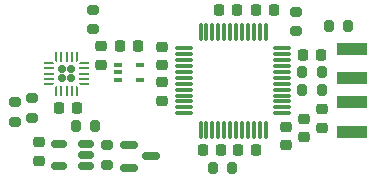
<source format=gbr>
%TF.GenerationSoftware,KiCad,Pcbnew,(6.0.8)*%
%TF.CreationDate,2022-10-18T11:45:21-07:00*%
%TF.ProjectId,ovrdrive,6f767264-7269-4766-952e-6b696361645f,rev?*%
%TF.SameCoordinates,Original*%
%TF.FileFunction,Paste,Top*%
%TF.FilePolarity,Positive*%
%FSLAX46Y46*%
G04 Gerber Fmt 4.6, Leading zero omitted, Abs format (unit mm)*
G04 Created by KiCad (PCBNEW (6.0.8)) date 2022-10-18 11:45:21*
%MOMM*%
%LPD*%
G01*
G04 APERTURE LIST*
G04 Aperture macros list*
%AMRoundRect*
0 Rectangle with rounded corners*
0 $1 Rounding radius*
0 $2 $3 $4 $5 $6 $7 $8 $9 X,Y pos of 4 corners*
0 Add a 4 corners polygon primitive as box body*
4,1,4,$2,$3,$4,$5,$6,$7,$8,$9,$2,$3,0*
0 Add four circle primitives for the rounded corners*
1,1,$1+$1,$2,$3*
1,1,$1+$1,$4,$5*
1,1,$1+$1,$6,$7*
1,1,$1+$1,$8,$9*
0 Add four rect primitives between the rounded corners*
20,1,$1+$1,$2,$3,$4,$5,0*
20,1,$1+$1,$4,$5,$6,$7,0*
20,1,$1+$1,$6,$7,$8,$9,0*
20,1,$1+$1,$8,$9,$2,$3,0*%
%AMFreePoly0*
4,1,14,0.289644,0.110355,0.410355,-0.010356,0.425000,-0.045711,0.425000,-0.075000,0.410355,-0.110355,0.375000,-0.125000,-0.375000,-0.125000,-0.410355,-0.110355,-0.425000,-0.075000,-0.425000,0.075000,-0.410355,0.110355,-0.375000,0.125000,0.254289,0.125000,0.289644,0.110355,0.289644,0.110355,$1*%
%AMFreePoly1*
4,1,14,0.410355,0.110355,0.425000,0.075000,0.425000,0.045711,0.410355,0.010356,0.289644,-0.110355,0.254289,-0.125000,-0.375000,-0.125000,-0.410355,-0.110355,-0.425000,-0.075000,-0.425000,0.075000,-0.410355,0.110355,-0.375000,0.125000,0.375000,0.125000,0.410355,0.110355,0.410355,0.110355,$1*%
%AMFreePoly2*
4,1,14,0.110355,0.410355,0.125000,0.375000,0.125000,-0.375000,0.110355,-0.410355,0.075000,-0.425000,-0.075000,-0.425000,-0.110355,-0.410355,-0.125000,-0.375000,-0.125000,0.254289,-0.110355,0.289644,0.010356,0.410355,0.045711,0.425000,0.075000,0.425000,0.110355,0.410355,0.110355,0.410355,$1*%
%AMFreePoly3*
4,1,14,-0.010356,0.410355,0.110355,0.289644,0.125000,0.254289,0.125000,-0.375000,0.110355,-0.410355,0.075000,-0.425000,-0.075000,-0.425000,-0.110355,-0.410355,-0.125000,-0.375000,-0.125000,0.375000,-0.110355,0.410355,-0.075000,0.425000,-0.045711,0.425000,-0.010356,0.410355,-0.010356,0.410355,$1*%
%AMFreePoly4*
4,1,14,0.410355,0.110355,0.425000,0.075000,0.425000,-0.075000,0.410355,-0.110355,0.375000,-0.125000,-0.254289,-0.125000,-0.289644,-0.110355,-0.410355,0.010356,-0.425000,0.045711,-0.425000,0.075000,-0.410355,0.110355,-0.375000,0.125000,0.375000,0.125000,0.410355,0.110355,0.410355,0.110355,$1*%
%AMFreePoly5*
4,1,14,0.410355,0.110355,0.425000,0.075000,0.425000,-0.075000,0.410355,-0.110355,0.375000,-0.125000,-0.375000,-0.125000,-0.410355,-0.110355,-0.425000,-0.075000,-0.425000,-0.045711,-0.410355,-0.010356,-0.289644,0.110355,-0.254289,0.125000,0.375000,0.125000,0.410355,0.110355,0.410355,0.110355,$1*%
%AMFreePoly6*
4,1,14,0.110355,0.410355,0.125000,0.375000,0.125000,-0.254289,0.110355,-0.289644,-0.010356,-0.410355,-0.045711,-0.425000,-0.075000,-0.425000,-0.110355,-0.410355,-0.125000,-0.375000,-0.125000,0.375000,-0.110355,0.410355,-0.075000,0.425000,0.075000,0.425000,0.110355,0.410355,0.110355,0.410355,$1*%
%AMFreePoly7*
4,1,14,0.110355,0.410355,0.125000,0.375000,0.125000,-0.375000,0.110355,-0.410355,0.075000,-0.425000,0.045711,-0.425000,0.010356,-0.410355,-0.110355,-0.289644,-0.125000,-0.254289,-0.125000,0.375000,-0.110355,0.410355,-0.075000,0.425000,0.075000,0.425000,0.110355,0.410355,0.110355,0.410355,$1*%
G04 Aperture macros list end*
%ADD10RoundRect,0.218750X-0.256250X0.218750X-0.256250X-0.218750X0.256250X-0.218750X0.256250X0.218750X0*%
%ADD11RoundRect,0.225000X0.225000X0.250000X-0.225000X0.250000X-0.225000X-0.250000X0.225000X-0.250000X0*%
%ADD12RoundRect,0.225000X-0.225000X-0.250000X0.225000X-0.250000X0.225000X0.250000X-0.225000X0.250000X0*%
%ADD13RoundRect,0.200000X0.200000X0.275000X-0.200000X0.275000X-0.200000X-0.275000X0.200000X-0.275000X0*%
%ADD14RoundRect,0.150000X-0.587500X-0.150000X0.587500X-0.150000X0.587500X0.150000X-0.587500X0.150000X0*%
%ADD15RoundRect,0.225000X0.250000X-0.225000X0.250000X0.225000X-0.250000X0.225000X-0.250000X-0.225000X0*%
%ADD16RoundRect,0.225000X-0.250000X0.225000X-0.250000X-0.225000X0.250000X-0.225000X0.250000X0.225000X0*%
%ADD17RoundRect,0.200000X0.275000X-0.200000X0.275000X0.200000X-0.275000X0.200000X-0.275000X-0.200000X0*%
%ADD18RoundRect,0.150000X0.512500X0.150000X-0.512500X0.150000X-0.512500X-0.150000X0.512500X-0.150000X0*%
%ADD19R,2.500000X1.100000*%
%ADD20R,0.650000X0.400000*%
%ADD21RoundRect,0.200000X-0.275000X0.200000X-0.275000X-0.200000X0.275000X-0.200000X0.275000X0.200000X0*%
%ADD22RoundRect,0.200000X-0.200000X-0.275000X0.200000X-0.275000X0.200000X0.275000X-0.200000X0.275000X0*%
%ADD23RoundRect,0.160000X-0.160000X-0.160000X0.160000X-0.160000X0.160000X0.160000X-0.160000X0.160000X0*%
%ADD24FreePoly0,0.000000*%
%ADD25RoundRect,0.062500X-0.362500X-0.062500X0.362500X-0.062500X0.362500X0.062500X-0.362500X0.062500X0*%
%ADD26FreePoly1,0.000000*%
%ADD27FreePoly2,0.000000*%
%ADD28RoundRect,0.062500X-0.062500X-0.362500X0.062500X-0.362500X0.062500X0.362500X-0.062500X0.362500X0*%
%ADD29FreePoly3,0.000000*%
%ADD30FreePoly4,0.000000*%
%ADD31FreePoly5,0.000000*%
%ADD32FreePoly6,0.000000*%
%ADD33FreePoly7,0.000000*%
%ADD34RoundRect,0.075000X-0.075000X0.662500X-0.075000X-0.662500X0.075000X-0.662500X0.075000X0.662500X0*%
%ADD35RoundRect,0.075000X-0.662500X0.075000X-0.662500X-0.075000X0.662500X-0.075000X0.662500X0.075000X0*%
G04 APERTURE END LIST*
D10*
%TO.C,D1*%
X118150000Y-102037500D03*
X118150000Y-100462500D03*
%TD*%
D11*
%TO.C,C17*%
X129675000Y-97400000D03*
X128125000Y-97400000D03*
%TD*%
D12*
%TO.C,C7*%
X131225000Y-97400000D03*
X132775000Y-97400000D03*
%TD*%
D11*
%TO.C,C18*%
X121275000Y-100500000D03*
X119725000Y-100500000D03*
%TD*%
D13*
%TO.C,R4*%
X136825000Y-102700000D03*
X135175000Y-102700000D03*
%TD*%
D14*
%TO.C,U6*%
X120462500Y-108850000D03*
X120462500Y-110750000D03*
X122337500Y-109800000D03*
%TD*%
D15*
%TO.C,C15*%
X112900000Y-110175000D03*
X112900000Y-108625000D03*
%TD*%
D13*
%TO.C,R5*%
X139050000Y-98800000D03*
X137400000Y-98800000D03*
%TD*%
D16*
%TO.C,C6*%
X135300000Y-106625000D03*
X135300000Y-108175000D03*
%TD*%
D17*
%TO.C,R7*%
X112300000Y-106525000D03*
X112300000Y-104875000D03*
%TD*%
D18*
%TO.C,U5*%
X116837500Y-110650000D03*
X116837500Y-109700000D03*
X116837500Y-108750000D03*
X114562500Y-108750000D03*
X114562500Y-110650000D03*
%TD*%
D19*
%TO.C,J1*%
X139350000Y-100700000D03*
X139350000Y-103200000D03*
X139350000Y-105200000D03*
X139350000Y-107700000D03*
%TD*%
D16*
%TO.C,C10*%
X123300000Y-103525000D03*
X123300000Y-105075000D03*
%TD*%
D20*
%TO.C,U4*%
X121450000Y-102050000D03*
X121450000Y-103350000D03*
X119550000Y-103350000D03*
X119550000Y-102700000D03*
X119550000Y-102050000D03*
%TD*%
D11*
%TO.C,C8*%
X128275000Y-109300000D03*
X126725000Y-109300000D03*
%TD*%
D16*
%TO.C,C9*%
X136800000Y-105825000D03*
X136800000Y-107375000D03*
%TD*%
D21*
%TO.C,R9*%
X117450000Y-97375000D03*
X117450000Y-99025000D03*
%TD*%
D13*
%TO.C,R3*%
X136825000Y-104200000D03*
X135175000Y-104200000D03*
%TD*%
D21*
%TO.C,R10*%
X134600000Y-97575000D03*
X134600000Y-99225000D03*
%TD*%
D22*
%TO.C,R1*%
X115975000Y-107200000D03*
X117625000Y-107200000D03*
%TD*%
D11*
%TO.C,C4*%
X116075000Y-105700000D03*
X114525000Y-105700000D03*
%TD*%
D12*
%TO.C,C12*%
X131275000Y-109300000D03*
X129725000Y-109300000D03*
%TD*%
D23*
%TO.C,U3*%
X115600000Y-102400000D03*
X114800000Y-102400000D03*
X115600000Y-103200000D03*
X114800000Y-103200000D03*
D24*
X113750000Y-101900000D03*
D25*
X113750000Y-102350000D03*
X113750000Y-102800000D03*
X113750000Y-103250000D03*
D26*
X113750000Y-103700000D03*
D27*
X114300000Y-104250000D03*
D28*
X114750000Y-104250000D03*
X115200000Y-104250000D03*
X115650000Y-104250000D03*
D29*
X116100000Y-104250000D03*
D30*
X116650000Y-103700000D03*
D25*
X116650000Y-103250000D03*
X116650000Y-102800000D03*
X116650000Y-102350000D03*
D31*
X116650000Y-101900000D03*
D32*
X116100000Y-101350000D03*
D28*
X115650000Y-101350000D03*
X115200000Y-101350000D03*
X114750000Y-101350000D03*
D33*
X114300000Y-101350000D03*
%TD*%
D21*
%TO.C,R2*%
X118600000Y-108875000D03*
X118600000Y-110525000D03*
%TD*%
D16*
%TO.C,C5*%
X133800000Y-107325000D03*
X133800000Y-108875000D03*
%TD*%
D15*
%TO.C,C11*%
X123300000Y-102075000D03*
X123300000Y-100525000D03*
%TD*%
D12*
%TO.C,C13*%
X135225000Y-101200000D03*
X136775000Y-101200000D03*
%TD*%
D13*
%TO.C,R6*%
X129225000Y-110800000D03*
X127575000Y-110800000D03*
%TD*%
D21*
%TO.C,R8*%
X110800000Y-105225000D03*
X110800000Y-106875000D03*
%TD*%
D34*
%TO.C,U1*%
X132050000Y-99237500D03*
X131550000Y-99237500D03*
X131050000Y-99237500D03*
X130550000Y-99237500D03*
X130050000Y-99237500D03*
X129550000Y-99237500D03*
X129050000Y-99237500D03*
X128550000Y-99237500D03*
X128050000Y-99237500D03*
X127550000Y-99237500D03*
X127050000Y-99237500D03*
X126550000Y-99237500D03*
D35*
X125137500Y-100650000D03*
X125137500Y-101150000D03*
X125137500Y-101650000D03*
X125137500Y-102150000D03*
X125137500Y-102650000D03*
X125137500Y-103150000D03*
X125137500Y-103650000D03*
X125137500Y-104150000D03*
X125137500Y-104650000D03*
X125137500Y-105150000D03*
X125137500Y-105650000D03*
X125137500Y-106150000D03*
D34*
X126550000Y-107562500D03*
X127050000Y-107562500D03*
X127550000Y-107562500D03*
X128050000Y-107562500D03*
X128550000Y-107562500D03*
X129050000Y-107562500D03*
X129550000Y-107562500D03*
X130050000Y-107562500D03*
X130550000Y-107562500D03*
X131050000Y-107562500D03*
X131550000Y-107562500D03*
X132050000Y-107562500D03*
D35*
X133462500Y-106150000D03*
X133462500Y-105650000D03*
X133462500Y-105150000D03*
X133462500Y-104650000D03*
X133462500Y-104150000D03*
X133462500Y-103650000D03*
X133462500Y-103150000D03*
X133462500Y-102650000D03*
X133462500Y-102150000D03*
X133462500Y-101650000D03*
X133462500Y-101150000D03*
X133462500Y-100650000D03*
%TD*%
M02*

</source>
